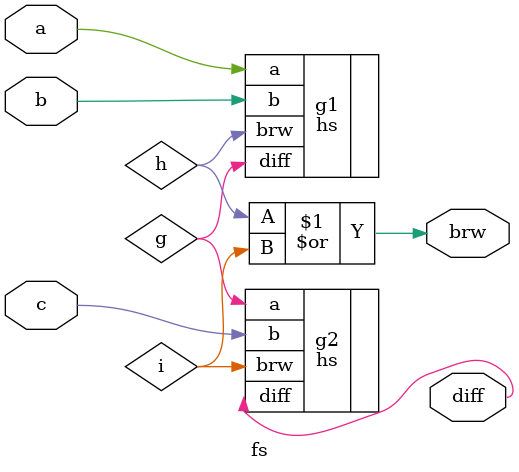
<source format=v>
`timescale 1ns / 1ps
module fs(
    input a,b,c,
    output diff, brw
    );
	wire g,h,i;
	
	hs g1(.diff(g), .brw(h),.a(a), .b(b));
	hs g2(.diff(diff), .brw(i), .a(g), .b(c));
	or g3(brw,h,i);
	

endmodule

</source>
